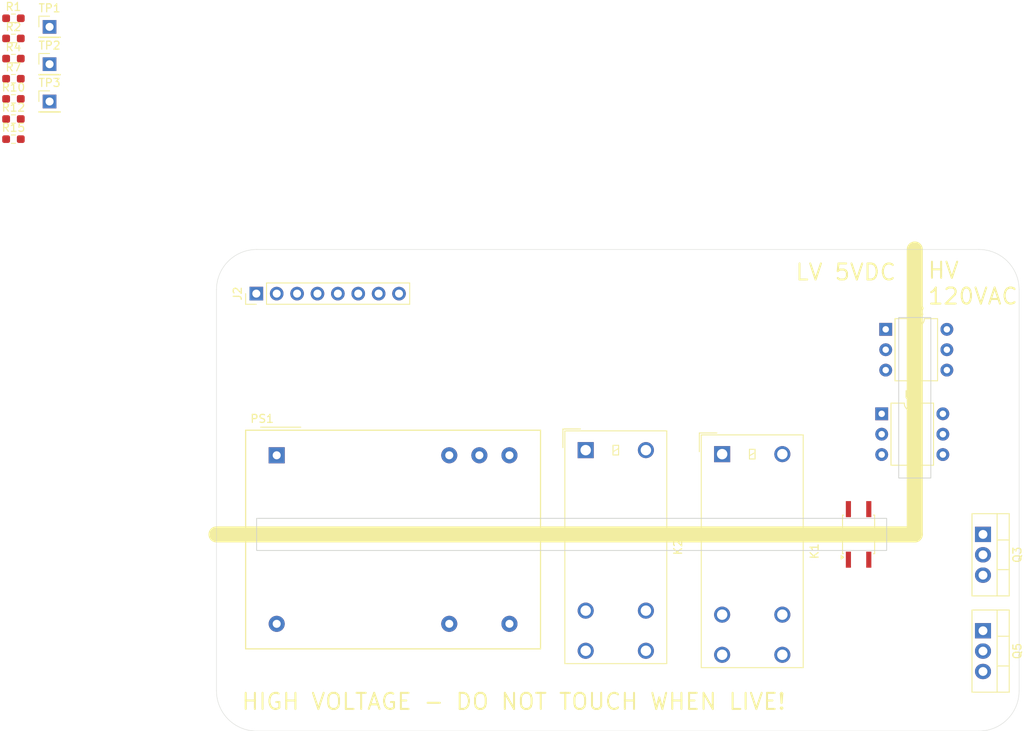
<source format=kicad_pcb>
(kicad_pcb (version 20240108) (generator "pcbnew") (generator_version "8.0")
  (layers (0 "F.Cu" signal) (31 "B.Cu" signal) (34 "B.Paste" user) (35 "F.Paste" user) (36 "B.SilkS" user "B.Silkscreen") (37 "F.SilkS" user "F.Silkscreen") (38 "B.Mask" user) (39 "F.Mask" user) (44 "Edge.Cuts" user))
  (net 0 "")
  (net 1 "GND")
  (net 2 "/AC_ZC")
  (net 3 "+3.3V")
  (net 4 "/BOILER_TRIAC")
  (net 5 "/ACDC_5V")
  (net 6 "/PUMP_TRIAC")
  (net 7 "/AC_RELAYS")
  (net 8 "+5V")
  (net 9 "/120VAC_HOT_SWITCHED")
  (net 10 "120VAC_HOT")
  (net 11 "Net-(D1-A)")
  (net 12 "Net-(D2-A)")
  (net 13 "120VAC_NEUTRAL")
  (net 14 "/120VAC_NEUTRAL_SWITCHED")
  (net 15 "Net-(Q3-G)")
  (net 16 "/PUMP_HOT_OUT")
  (net 17 "Net-(Q5-G)")
  (net 18 "/BOILER_HOT_OUT")
  (net 19 "Net-(Q1-G)")
  (net 20 "Net-(Q2-G)")
  (net 21 "Net-(R7-Pad2)")
  (net 22 "Net-(Q4-G)")
  (net 23 "Net-(R12-Pad2)")
  (net 24 "Net-(Q6-G)")
  (net 25 "Net-(R3-Pad1)")
  (net 26 "Net-(R5-Pad1)")
  (net 29 "Net-(R6-Pad1)")
  (net 30 "Net-(Q4-D)")
  (net 31 "Net-(R11-Pad1)")
  (net 32 "Net-(Q6-D)")
  (footprint "Resistor_SMD:R_0603_1608Metric_Pad0.98x0.95mm_HandSolder" (layer "F.Cu") (at -13.3 -11.785)
    (property "Reference" "R4" (at 0 -1.43 0) (layer "F.SilkS"))
    (property "Value" "10k")
    (fp_line (start -0.254724 -0.5225) (end 0.254724 -0.5225) (stroke (width 0.12)) (layer "F.SilkS"))
    (fp_line (start -0.254724 0.5225) (end 0.254724 0.5225) (stroke (width 0.12)) (layer "F.SilkS"))
    (pad "1" smd roundrect (at -0.9125 0) (size 0.975 0.95) (layers "F.Cu" "F.Paste" "F.Mask") (net 3 "+3.3V"))
    (pad "2" smd roundrect (at 0.9125 0) (size 0.975 0.95) (layers "F.Cu" "F.Paste" "F.Mask") (net 2 "/AC_ZC"))
  )
  (footprint "Resistor_SMD:R_0603_1608Metric_Pad0.98x0.95mm_HandSolder" (layer "F.Cu") (at -13.3 -1.745)
    (property "Reference" "R15" (at 0 -1.43 0) (layer "F.SilkS"))
    (property "Value" "1k")
    (fp_line (start -0.254724 -0.5225) (end 0.254724 -0.5225) (stroke (width 0.12)) (layer "F.SilkS"))
    (fp_line (start -0.254724 0.5225) (end 0.254724 0.5225) (stroke (width 0.12)) (layer "F.SilkS"))
    (pad "1" smd roundrect (at -0.9125 0) (size 0.975 0.95) (layers "F.Cu" "F.Paste" "F.Mask") (net 4 "/BOILER_TRIAC"))
    (pad "2" smd roundrect (at 0.9125 0) (size 0.975 0.95) (layers "F.Cu" "F.Paste" "F.Mask") (net 24 "Net-(Q6-G)"))
  )
  (footprint "Resistor_SMD:R_0603_1608Metric_Pad0.98x0.95mm_HandSolder" (layer "F.Cu") (at -13.3 -4.255)
    (property "Reference" "R12" (at 0 -1.43 0) (layer "F.SilkS"))
    (property "Value" "65")
    (fp_line (start -0.254724 -0.5225) (end 0.254724 -0.5225) (stroke (width 0.12)) (layer "F.SilkS"))
    (fp_line (start -0.254724 0.5225) (end 0.254724 0.5225) (stroke (width 0.12)) (layer "F.SilkS"))
    (pad "1" smd roundrect (at -0.9125 0) (size 0.975 0.95) (layers "F.Cu" "F.Paste" "F.Mask") (net 3 "+3.3V"))
    (pad "2" smd roundrect (at 0.9125 0) (size 0.975 0.95) (layers "F.Cu" "F.Paste" "F.Mask") (net 23 "Net-(R12-Pad2)"))
  )
  (footprint "Resistor_SMD:R_0603_1608Metric_Pad0.98x0.95mm_HandSolder" (layer "F.Cu") (at -13.3 -9.275)
    (property "Reference" "R7" (at 0 -1.43 0) (layer "F.SilkS"))
    (property "Value" "65")
    (fp_line (start -0.254724 -0.5225) (end 0.254724 -0.5225) (stroke (width 0.12)) (layer "F.SilkS"))
    (fp_line (start -0.254724 0.5225) (end 0.254724 0.5225) (stroke (width 0.12)) (layer "F.SilkS"))
    (pad "1" smd roundrect (at -0.9125 0) (size 0.975 0.95) (layers "F.Cu" "F.Paste" "F.Mask") (net 3 "+3.3V"))
    (pad "2" smd roundrect (at 0.9125 0) (size 0.975 0.95) (layers "F.Cu" "F.Paste" "F.Mask") (net 21 "Net-(R7-Pad2)"))
  )
  (footprint "Package_TO_SOT_THT:TO-220-3_Vertical" (layer "F.Cu") (at 107.5 59.5 -90)
    (property "Reference" "Q5" (at 2.54 -4.27 90) (layer "F.SilkS"))
    (property "Value" "BTA16-600B")
    (fp_line (start -2.58 1.371) (end 7.66 1.371) (stroke (width 0.12)) (layer "F.SilkS"))
    (fp_line (start -2.58 -1.76) (end 7.66 -1.76) (stroke (width 0.12)) (layer "F.SilkS"))
    (fp_line (start -2.58 -3.27) (end -2.58 1.371) (stroke (width 0.12)) (layer "F.SilkS"))
    (fp_line (start -2.58 -3.27) (end 7.66 -3.27) (stroke (width 0.12)) (layer "F.SilkS"))
    (fp_line (start 0.69 -3.27) (end 0.69 -1.76) (stroke (width 0.12)) (layer "F.SilkS"))
    (fp_line (start 4.391 -3.27) (end 4.391 -1.76) (stroke (width 0.12)) (layer "F.SilkS"))
    (fp_line (start 7.66 -3.27) (end 7.66 1.371) (stroke (width 0.12)) (layer "F.SilkS"))
    (pad "1" thru_hole rect (at 0 0 270) (size 1.905 2) (drill 1.1) (layers "*.Cu" "*.Mask") (net 18 "/BOILER_HOT_OUT"))
    (pad "2" thru_hole oval (at 2.54 0 270) (size 1.905 2) (drill 1.1) (layers "*.Cu" "*.Mask") (net 9 "/120VAC_HOT_SWITCHED"))
    (pad "3" thru_hole oval (at 5.08 0 270) (size 1.905 2) (drill 1.1) (layers "*.Cu" "*.Mask") (net 17 "Net-(Q5-G)"))
  )
  (footprint "Package_DIP:DIP-6_W7.62mm" (layer "F.Cu") (at 95.38 21.95)
    (property "Reference" "U2" (at 3.81 -2.33 360) (layer "F.SilkS"))
    (property "Value" "FOD420")
    (fp_line (start 1.16 -1.33) (end 1.16 6.41) (stroke (width 0.12)) (layer "F.SilkS"))
    (fp_line (start 1.16 6.41) (end 6.46 6.41) (stroke (width 0.12)) (layer "F.SilkS"))
    (fp_line (start 2.81 -1.33) (end 1.16 -1.33) (stroke (width 0.12)) (layer "F.SilkS"))
    (fp_line (start 6.46 -1.33) (end 4.81 -1.33) (stroke (width 0.12)) (layer "F.SilkS"))
    (fp_line (start 6.46 6.41) (end 6.46 -1.33) (stroke (width 0.12)) (layer "F.SilkS"))
    (fp_arc (start 4.81 -1.33) (mid 3.81 -0.33) (end 2.81 -1.33) (stroke (width 0.12)) (layer "F.SilkS"))
    (pad "1" thru_hole rect (at 0 0) (size 1.6 1.6) (drill 0.8) (layers "*.Cu" "*.Mask") (net 21 "Net-(R7-Pad2)"))
    (pad "2" thru_hole oval (at 0 2.54) (size 1.6 1.6) (drill 0.8) (layers "*.Cu" "*.Mask") (net 30 "Net-(Q4-D)"))
    (pad "3" thru_hole oval (at 0 5.08) (size 1.6 1.6) (drill 0.8) (layers "*.Cu" "*.Mask"))
    (pad "4" thru_hole oval (at 7.62 5.08) (size 1.6 1.6) (drill 0.8) (layers "*.Cu" "*.Mask") (net 15 "Net-(Q3-G)"))
    (pad "5" thru_hole oval (at 7.62 2.54) (size 1.6 1.6) (drill 0.8) (layers "*.Cu" "*.Mask"))
    (pad "6" thru_hole oval (at 7.62 0) (size 1.6 1.6) (drill 0.8) (layers "*.Cu" "*.Mask") (net 29 "Net-(R6-Pad1)"))
  )
  (footprint "Connector_PinHeader_2.54mm:PinHeader_1x01_P2.54mm_Vertical" (layer "F.Cu") (at -8.8 -6.435)
    (property "Reference" "TP3" (at 0 -2.33 0) (layer "F.SilkS"))
    (property "Value" "TestPoint")
    (fp_line (start -1.33 -1.33) (end 0 -1.33) (stroke (width 0.12)) (layer "F.SilkS"))
    (fp_line (start -1.33 0) (end -1.33 -1.33) (stroke (width 0.12)) (layer "F.SilkS"))
    (fp_line (start -1.33 1.27) (end -1.33 1.33) (stroke (width 0.12)) (layer "F.SilkS"))
    (fp_line (start -1.33 1.27) (end 1.33 1.27) (stroke (width 0.12)) (layer "F.SilkS"))
    (fp_line (start -1.33 1.33) (end 1.33 1.33) (stroke (width 0.12)) (layer "F.SilkS"))
    (fp_line (start 1.33 1.27) (end 1.33 1.33) (stroke (width 0.12)) (layer "F.SilkS"))
    (pad "1" thru_hole rect (at 0 0) (size 1.7 1.7) (drill 1) (layers "*.Cu" "*.Mask") (net 4 "/BOILER_TRIAC"))
  )
  (footprint "Resistor_SMD:R_0603_1608Metric_Pad0.98x0.95mm_HandSolder" (layer "F.Cu") (at -13.3 -16.805)
    (property "Reference" "R1" (at 0 -1.43 0) (layer "F.SilkS"))
    (property "Value" "10k")
    (fp_line (start -0.254724 -0.5225) (end 0.254724 -0.5225) (stroke (width 0.12)) (layer "F.SilkS"))
    (fp_line (start -0.254724 0.5225) (end 0.254724 0.5225) (stroke (width 0.12)) (layer "F.SilkS"))
    (pad "1" smd roundrect (at -0.9125 0) (size 0.975 0.95) (layers "F.Cu" "F.Paste" "F.Mask") (net 7 "/AC_RELAYS"))
    (pad "2" smd roundrect (at 0.9125 0) (size 0.975 0.95) (layers "F.Cu" "F.Paste" "F.Mask") (net 19 "Net-(Q1-G)"))
  )
  (footprint "Package_SO:SO-4_4.4x3.6mm_P2.54mm" (layer "F.Cu") (at 92 47.5 90)
    (property "Reference" "U1" (at 0 -2.7 90) (layer "F.SilkS"))
    (property "Value" "LTV-354T")
    (fp_line (start 2.4 -2) (end 2.4 -1.85) (stroke (width 0.12)) (layer "F.SilkS"))
    (fp_line (start -2.4 -2) (end 2.4 -2) (stroke (width 0.12)) (layer "F.SilkS"))
    (fp_line (start -2.4 -1.85) (end -2.4 -2) (stroke (width 0.12)) (layer "F.SilkS"))
    (fp_line (start 2.4 1.85) (end 2.4 2) (stroke (width 0.12)) (layer "F.SilkS"))
    (fp_line (start 2.4 2) (end -2.4 2) (stroke (width 0.12)) (layer "F.SilkS"))
    (fp_line (start -2.4 2) (end -2.4 1.85) (stroke (width 0.12)) (layer "F.SilkS"))
    (fp_poly (pts (xy -2.85 -1.85) (xy -3.09 -2.18) (xy -2.61 -2.18) (xy -2.85 -1.85)) (stroke (width 0.12)) (fill solid) (layer "F.SilkS"))
    (pad "1" smd rect (at -3.15 -1.27 90) (size 2 0.64) (layers "F.Cu" "F.Paste" "F.Mask") (net 25 "Net-(R3-Pad1)"))
    (pad "2" smd rect (at -3.15 1.27 90) (size 2 0.64) (layers "F.Cu" "F.Paste" "F.Mask") (net 26 "Net-(R5-Pad1)"))
    (pad "3" smd rect (at 3.15 1.27 90) (size 2 0.64) (layers "F.Cu" "F.Paste" "F.Mask") (net 1 "GND"))
    (pad "4" smd rect (at 3.15 -1.27 90) (size 2 0.64) (layers "F.Cu" "F.Paste" "F.Mask") (net 2 "/AC_ZC"))
  )
  (footprint "Converter_ACDC:Converter_ACDC_TRACO_TMLM-04_THT" (layer "F.Cu") (at 19.5 37.6425)
    (property "Reference" "PS1" (at -1.82 -4.55 360) (layer "F.SilkS"))
    (property "Value" "TMLM04105")
    (fp_line (start -3.87 -3.12) (end -3.87 24.12) (stroke (width 0.15)) (layer "F.SilkS"))
    (fp_line (start -3.87 -3.12) (end 32.87 -3.12) (stroke (width 0.15)) (layer "F.SilkS"))
    (fp_line (start -3.87 24.12) (end 32.87 24.12) (stroke (width 0.15)) (layer "F.SilkS"))
    (fp_line (start -2 -3.5) (end 3 -3.5) (stroke (width 0.12)) (layer "F.SilkS"))
    (fp_line (start 32.87 -3.12) (end 32.87 24.12) (stroke (width 0.15)) (layer "F.SilkS"))
    (pad "1" thru_hole rect (at 0 0) (size 2 2) (drill 1) (layers "*.Cu" "*.Mask"))
    (pad "2" thru_hole circle (at 21.5 0) (size 2 2) (drill 1) (layers "*.Cu" "*.Mask") (net 5 "/ACDC_5V"))
    (pad "3" thru_hole circle (at 25.25 0) (size 2 2) (drill 1) (layers "*.Cu" "*.Mask") (net 1 "GND"))
    (pad "4" thru_hole circle (at 29 0) (size 2 2) (drill 1) (layers "*.Cu" "*.Mask"))
    (pad "5" thru_hole circle (at 29 21) (size 2 2) (drill 1) (layers "*.Cu" "*.Mask") (net 10 "120VAC_HOT"))
    (pad "6" thru_hole circle (at 21.5 21) (size 2 2) (drill 1) (layers "*.Cu" "*.Mask") (net 13 "120VAC_NEUTRAL"))
    (pad "7" thru_hole circle (at 0 21) (size 2 2) (drill 1) (layers "*.Cu" "*.Mask"))
  )
  (footprint "Resistor_SMD:R_0603_1608Metric_Pad0.98x0.95mm_HandSolder" (layer "F.Cu") (at -13.3 -6.765)
    (property "Reference" "R10" (at 0 -1.43 0) (layer "F.SilkS"))
    (property "Value" "1k")
    (fp_line (start -0.254724 -0.5225) (end 0.254724 -0.5225) (stroke (width 0.12)) (layer "F.SilkS"))
    (fp_line (start -0.254724 0.5225) (end 0.254724 0.5225) (stroke (width 0.12)) (layer "F.SilkS"))
    (pad "1" smd roundrect (at -0.9125 0) (size 0.975 0.95) (layers "F.Cu" "F.Paste" "F.Mask") (net 6 "/PUMP_TRIAC"))
    (pad "2" smd roundrect (at 0.9125 0) (size 0.975 0.95) (layers "F.Cu" "F.Paste" "F.Mask") (net 22 "Net-(Q4-G)"))
  )
  (footprint "Package_DIP:DIP-6_W7.62mm" (layer "F.Cu") (at 94.88 32.475)
    (property "Reference" "U3" (at 3.81 -2.33 0) (layer "F.SilkS"))
    (property "Value" "FOD420")
    (fp_line (start 1.16 -1.33) (end 1.16 6.41) (stroke (width 0.12)) (layer "F.SilkS"))
    (fp_line (start 1.16 6.41) (end 6.46 6.41) (stroke (width 0.12)) (layer "F.SilkS"))
    (fp_line (start 2.81 -1.33) (end 1.16 -1.33) (stroke (width 0.12)) (layer "F.SilkS"))
    (fp_line (start 6.46 -1.33) (end 4.81 -1.33) (stroke (width 0.12)) (layer "F.SilkS"))
    (fp_line (start 6.46 6.41) (end 6.46 -1.33) (stroke (width 0.12)) (layer "F.SilkS"))
    (fp_arc (start 4.81 -1.33) (mid 3.81 -0.33) (end 2.81 -1.33) (stroke (width 0.12)) (layer "F.SilkS"))
    (pad "1" thru_hole rect (at 0 0) (size 1.6 1.6) (drill 0.8) (layers "*.Cu" "*.Mask") (net 23 "Net-(R12-Pad2)"))
    (pad "2" thru_hole oval (at 0 2.54) (size 1.6 1.6) (drill 0.8) (layers "*.Cu" "*.Mask") (net 32 "Net-(Q6-D)"))
    (pad "3" thru_hole oval (at 0 5.08) (size 1.6 1.6) (drill 0.8) (layers "*.Cu" "*.Mask"))
    (pad "4" thru_hole oval (at 7.62 5.08) (size 1.6 1.6) (drill 0.8) (layers "*.Cu" "*.Mask") (net 17 "Net-(Q5-G)"))
    (pad "5" thru_hole oval (at 7.62 2.54) (size 1.6 1.6) (drill 0.8) (layers "*.Cu" "*.Mask"))
    (pad "6" thru_hole oval (at 7.62 0) (size 1.6 1.6) (drill 0.8) (layers "*.Cu" "*.Mask") (net 31 "Net-(R11-Pad1)"))
  )
  (footprint "Relay_THT:Relay_SPST_Omron_G2RL-1A-E" (layer "F.Cu") (at 58 37)
    (property "Reference" "K2" (at 11.5 12.1 90) (layer "F.SilkS"))
    (property "Value" "G2RL-1A-E-HA DC5")
    (fp_line (start -2.84 -2.64) (end -0.65 -2.64) (stroke (width 0.12)) (layer "F.SilkS"))
    (fp_line (start -2.84 -0.3) (end -2.84 -2.64) (stroke (width 0.12)) (layer "F.SilkS"))
    (fp_line (start -2.6 -2.4) (end -2.6 26.6) (stroke (width 0.12)) (layer "F.SilkS"))
    (fp_line (start -2.6 26.6) (end 10.1 26.6) (stroke (width 0.12)) (layer "F.SilkS"))
    (fp_line (start 3.4 -0.6) (end 3.4 0.6) (stroke (width 0.12)) (layer "F.SilkS"))
    (fp_line (start 3.4 0.2) (end 4.1 -0.2) (stroke (width 0.12)) (layer "F.SilkS"))
    (fp_line (start 3.4 0.6) (end 4.1 0.6) (stroke (width 0.12)) (layer "F.SilkS"))
    (fp_line (start 4.1 -0.6) (end 3.4 -0.6) (stroke (width 0.12)) (layer "F.SilkS"))
    (fp_line (start 4.1 0.6) (end 4.1 -0.6) (stroke (width 0.12)) (layer "F.SilkS"))
    (fp_line (start 10.1 -2.4) (end -2.6 -2.4) (stroke (width 0.12)) (layer "F.SilkS"))
    (fp_line (start 10.1 26.6) (end 10.1 -2.4) (stroke (width 0.12)) (layer "F.SilkS"))
    (pad "13" thru_hole circle (at 0 20) (size 2 2) (drill 1.3) (layers "*.Cu" "*.Mask") (net 14 "/120VAC_NEUTRAL_SWITCHED"))
    (pad "13" thru_hole circle (at 7.5 20) (size 2 2) (drill 1.3) (layers "*.Cu" "*.Mask") (net 14 "/120VAC_NEUTRAL_SWITCHED"))
    (pad "14" thru_hole circle (at 0 25) (size 2 2) (drill 1.3) (layers "*.Cu" "*.Mask") (net 13 "120VAC_NEUTRAL"))
    (pad "14" thru_hole circle (at 7.5 25) (size 2 2) (drill 1.3) (layers "*.Cu" "*.Mask") (net 13 "120VAC_NEUTRAL"))
    (pad "A1" thru_hole rect (at 0 0) (size 2 2) (drill 1.3) (layers "*.Cu" "*.Mask") (net 8 "+5V"))
    (pad "A2" thru_hole circle (at 7.5 0) (size 2 2) (drill 1.3) (layers "*.Cu" "*.Mask") (net 12 "Net-(D2-A)"))
  )
  (footprint "Relay_THT:Relay_SPST_Omron_G2RL-1A-E" (layer "F.Cu") (at 75 37.5)
    (property "Reference" "K1" (at 11.5 12.1 90) (layer "F.SilkS"))
    (property "Value" "G2RL-1A-E-HA DC5")
    (fp_line (start -2.84 -2.64) (end -0.65 -2.64) (stroke (width 0.12)) (layer "F.SilkS"))
    (fp_line (start -2.84 -0.3) (end -2.84 -2.64) (stroke (width 0.12)) (layer "F.SilkS"))
    (fp_line (start -2.6 -2.4) (end -2.6 26.6) (stroke (width 0.12)) (layer "F.SilkS"))
    (fp_line (start -2.6 26.6) (end 10.1 26.6) (stroke (width 0.12)) (layer "F.SilkS"))
    (fp_line (start 3.4 -0.6) (end 3.4 0.6) (stroke (width 0.12)) (layer "F.SilkS"))
    (fp_line (start 3.4 0.2) (end 4.1 -0.2) (stroke (width 0.12)) (layer "F.SilkS"))
    (fp_line (start 3.4 0.6) (end 4.1 0.6) (stroke (width 0.12)) (layer "F.SilkS"))
    (fp_line (start 4.1 -0.6) (end 3.4 -0.6) (stroke (width 0.12)) (layer "F.SilkS"))
    (fp_line (start 4.1 0.6) (end 4.1 -0.6) (stroke (width 0.12)) (layer "F.SilkS"))
    (fp_line (start 10.1 -2.4) (end -2.6 -2.4) (stroke (width 0.12)) (layer "F.SilkS"))
    (fp_line (start 10.1 26.6) (end 10.1 -2.4) (stroke (width 0.12)) (layer "F.SilkS"))
    (pad "13" thru_hole circle (at 0 20) (size 2 2) (drill 1.3) (layers "*.Cu" "*.Mask") (net 9 "/120VAC_HOT_SWITCHED"))
    (pad "13" thru_hole circle (at 7.5 20) (size 2 2) (drill 1.3) (layers "*.Cu" "*.Mask") (net 9 "/120VAC_HOT_SWITCHED"))
    (pad "14" thru_hole circle (at 0 25) (size 2 2) (drill 1.3) (layers "*.Cu" "*.Mask") (net 10 "120VAC_HOT"))
    (pad "14" thru_hole circle (at 7.5 25) (size 2 2) (drill 1.3) (layers "*.Cu" "*.Mask") (net 10 "120VAC_HOT"))
    (pad "A1" thru_hole rect (at 0 0) (size 2 2) (drill 1.3) (layers "*.Cu" "*.Mask") (net 8 "+5V"))
    (pad "A2" thru_hole circle (at 7.5 0) (size 2 2) (drill 1.3) (layers "*.Cu" "*.Mask") (net 11 "Net-(D1-A)"))
  )
  (footprint "Package_TO_SOT_THT:TO-220-3_Vertical" (layer "F.Cu") (at 107.5 47.5 -90)
    (property "Reference" "Q3" (at 2.54 -4.27 90) (layer "F.SilkS"))
    (property "Value" "BTA16-600B")
    (fp_line (start -2.58 1.371) (end 7.66 1.371) (stroke (width 0.12)) (layer "F.SilkS"))
    (fp_line (start -2.58 -1.76) (end 7.66 -1.76) (stroke (width 0.12)) (layer "F.SilkS"))
    (fp_line (start -2.58 -3.27) (end -2.58 1.371) (stroke (width 0.12)) (layer "F.SilkS"))
    (fp_line (start -2.58 -3.27) (end 7.66 -3.27) (stroke (width 0.12)) (layer "F.SilkS"))
    (fp_line (start 0.69 -3.27) (end 0.69 -1.76) (stroke (width 0.12)) (layer "F.SilkS"))
    (fp_line (start 4.391 -3.27) (end 4.391 -1.76) (stroke (width 0.12)) (layer "F.SilkS"))
    (fp_line (start 7.66 -3.27) (end 7.66 1.371) (stroke (width 0.12)) (layer "F.SilkS"))
    (pad "1" thru_hole rect (at 0 0 270) (size 1.905 2) (drill 1.1) (layers "*.Cu" "*.Mask") (net 16 "/PUMP_HOT_OUT"))
    (pad "2" thru_hole oval (at 2.54 0 270) (size 1.905 2) (drill 1.1) (layers "*.Cu" "*.Mask") (net 9 "/120VAC_HOT_SWITCHED"))
    (pad "3" thru_hole oval (at 5.08 0 270) (size 1.905 2) (drill 1.1) (layers "*.Cu" "*.Mask") (net 15 "Net-(Q3-G)"))
  )
  (footprint "Connector_PinHeader_2.54mm:PinHeader_1x01_P2.54mm_Vertical" (layer "F.Cu") (at -8.8 -11.085)
    (property "Reference" "TP2" (at 0 -2.33 0) (layer "F.SilkS"))
    (property "Value" "TestPoint")
    (fp_line (start -1.33 -1.33) (end 0 -1.33) (stroke (width 0.12)) (layer "F.SilkS"))
    (fp_line (start -1.33 0) (end -1.33 -1.33) (stroke (width 0.12)) (layer "F.SilkS"))
    (fp_line (start -1.33 1.27) (end -1.33 1.33) (stroke (width 0.12)) (layer "F.SilkS"))
    (fp_line (start -1.33 1.27) (end 1.33 1.27) (stroke (width 0.12)) (layer "F.SilkS"))
    (fp_line (start -1.33 1.33) (end 1.33 1.33) (stroke (width 0.12)) (layer "F.SilkS"))
    (fp_line (start 1.33 1.27) (end 1.33 1.33) (stroke (width 0.12)) (layer "F.SilkS"))
    (pad "1" thru_hole rect (at 0 0) (size 1.7 1.7) (drill 1) (layers "*.Cu" "*.Mask") (net 6 "/PUMP_TRIAC"))
  )
  (footprint "Resistor_SMD:R_0603_1608Metric_Pad0.98x0.95mm_HandSolder" (layer "F.Cu") (at -13.3 -14.295)
    (property "Reference" "R2" (at 0 -1.43 0) (layer "F.SilkS"))
    (property "Value" "10k")
    (fp_line (start -0.254724 -0.5225) (end 0.254724 -0.5225) (stroke (width 0.12)) (layer "F.SilkS"))
    (fp_line (start -0.254724 0.5225) (end 0.254724 0.5225) (stroke (width 0.12)) (layer "F.SilkS"))
    (pad "1" smd roundrect (at -0.9125 0) (size 0.975 0.95) (layers "F.Cu" "F.Paste" "F.Mask") (net 7 "/AC_RELAYS"))
    (pad "2" smd roundrect (at 0.9125 0) (size 0.975 0.95) (layers "F.Cu" "F.Paste" "F.Mask") (net 20 "Net-(Q2-G)"))
  )
  (footprint "Connector_PinHeader_2.54mm:PinHeader_1x08_P2.54mm_Vertical" (layer "F.Cu") (at 16.96 17.5 90)
    (property "Reference" "J2" (at 0 -2.33 90) (layer "F.SilkS"))
    (property "Value" "Conn_01x08_Pin")
    (fp_line (start -1.33 -1.33) (end 0 -1.33) (stroke (width 0.12)) (layer "F.SilkS"))
    (fp_line (start -1.33 0) (end -1.33 -1.33) (stroke (width 0.12)) (layer "F.SilkS"))
    (fp_line (start 1.33 1.27) (end 1.33 19.11) (stroke (width 0.12)) (layer "F.SilkS"))
    (fp_line (start -1.33 1.27) (end 1.33 1.27) (stroke (width 0.12)) (layer "F.SilkS"))
    (fp_line (start -1.33 1.27) (end -1.33 19.11) (stroke (width 0.12)) (layer "F.SilkS"))
    (fp_line (start -1.33 19.11) (end 1.33 19.11) (stroke (width 0.12)) (layer "F.SilkS"))
    (pad "1" thru_hole rect (at 0 0 90) (size 1.7 1.7) (drill 1) (layers "*.Cu" "*.Mask") (net 8 "+5V"))
    (pad "2" thru_hole oval (at 0 2.54 90) (size 1.7 1.7) (drill 1) (layers "*.Cu" "*.Mask") (net 3 "+3.3V"))
    (pad "3" thru_hole oval (at 0 5.08 90) (size 1.7 1.7) (drill 1) (layers "*.Cu" "*.Mask") (net 5 "/ACDC_5V"))
    (pad "4" thru_hole oval (at 0 7.62 90) (size 1.7 1.7) (drill 1) (layers "*.Cu" "*.Mask") (net 7 "/AC_RELAYS"))
    (pad "5" thru_hole oval (at 0 10.16 90) (size 1.7 1.7) (drill 1) (layers "*.Cu" "*.Mask") (net 2 "/AC_ZC"))
    (pad "6" thru_hole oval (at 0 12.7 90) (size 1.7 1.7) (drill 1) (layers "*.Cu" "*.Mask") (net 6 "/PUMP_TRIAC"))
    (pad "7" thru_hole oval (at 0 15.24 90) (size 1.7 1.7) (drill 1) (layers "*.Cu" "*.Mask") (net 4 "/BOILER_TRIAC"))
    (pad "8" thru_hole oval (at 0 17.78 90) (size 1.7 1.7) (drill 1) (layers "*.Cu" "*.Mask") (net 1 "GND"))
  )
  (footprint "Connector_PinHeader_2.54mm:PinHeader_1x01_P2.54mm_Vertical" (layer "F.Cu") (at -8.8 -15.735)
    (property "Reference" "TP1" (at 0 -2.33 0) (layer "F.SilkS"))
    (property "Value" "TestPoint")
    (fp_line (start -1.33 -1.33) (end 0 -1.33) (stroke (width 0.12)) (layer "F.SilkS"))
    (fp_line (start -1.33 0) (end -1.33 -1.33) (stroke (width 0.12)) (layer "F.SilkS"))
    (fp_line (start -1.33 1.27) (end -1.33 1.33) (stroke (width 0.12)) (layer "F.SilkS"))
    (fp_line (start -1.33 1.27) (end 1.33 1.27) (stroke (width 0.12)) (layer "F.SilkS"))
    (fp_line (start -1.33 1.33) (end 1.33 1.33) (stroke (width 0.12)) (layer "F.SilkS"))
    (fp_line (start 1.33 1.27) (end 1.33 1.33) (stroke (width 0.12)) (layer "F.SilkS"))
    (pad "1" thru_hole rect (at 0 0) (size 1.7 1.7) (drill 1) (layers "*.Cu" "*.Mask") (net 2 "/AC_ZC"))
  )
  (gr_line (start 12 47.5) (end 99 47.5) (stroke (width 2)) (layer "F.SilkS"))
  (gr_line (start 99 47.5) (end 99 12) (stroke (width 2)) (layer "F.SilkS"))
  (gr_arc (start 107 12) (mid 110.535534 13.464466) (end 112 17) (stroke (width 0.05)) (layer "Edge.Cuts"))
  (gr_line (start 12 67) (end 12 17) (stroke (width 0.05)) (layer "Edge.Cuts"))
  (gr_line (start 107 72) (end 17 72) (stroke (width 0.05)) (layer "Edge.Cuts"))
  (gr_arc (start 112 67) (mid 110.535534 70.535534) (end 107 72) (stroke (width 0.05)) (layer "Edge.Cuts"))
  (gr_rect (start 17 45.5) (end 95.5 49.5) (stroke (width 0.1)) (fill none) (layer "Edge.Cuts"))
  (gr_line (start 17 12) (end 107 12) (stroke (width 0.05)) (layer "Edge.Cuts"))
  (gr_line (start 112 17) (end 112 67) (stroke (width 0.05)) (layer "Edge.Cuts"))
  (gr_arc (start 17 72) (mid 13.464466 70.535534) (end 12 67) (stroke (width 0.05)) (layer "Edge.Cuts"))
  (gr_arc (start 12 17) (mid 13.464466 13.464466) (end 17 12) (stroke (width 0.05)) (layer "Edge.Cuts"))
  (gr_rect (start 97 20.475) (end 101 40.475) (stroke (width 0.1)) (fill none) (layer "Edge.Cuts"))
  (gr_text "LV 5VDC" (at 84 16 0) (layer "F.SilkS") (effects (font (size 2 2) (thickness 0.25)) (justify left bottom)))
  (gr_text "HIGH VOLTAGE - DO NOT TOUCH WHEN LIVE!" (at 15 69.5 0) (layer "F.SilkS") (effects (font (size 2 2) (thickness 0.25)) (justify left bottom)))
  (gr_text "HV\n120VAC" (at 100.5 19 0) (layer "F.SilkS") (effects (font (size 2 2) (thickness 0.25)) (justify left bottom)))
)
</source>
